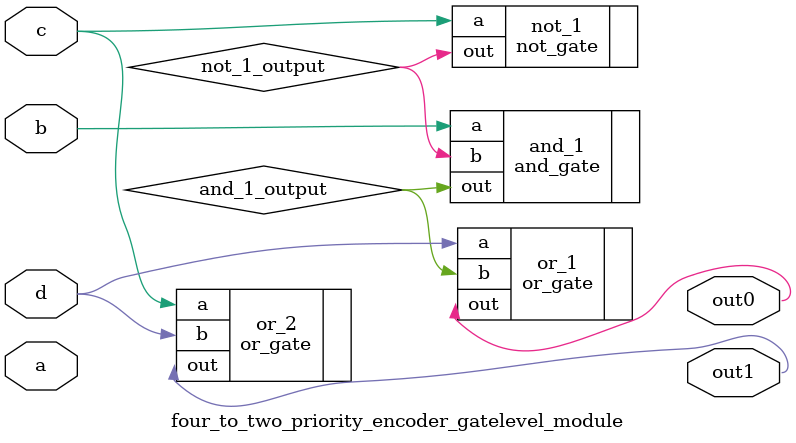
<source format=v>

module four_to_two_priority_encoder_gatelevel_module (a, b, c, d, out0, out1);
	input a, b, c, d;

	output out0, out1;
	
	wire not_1_output, and_1_output;
	
  not_gate not_1 (.a(c), .out(not_1_output));
  and_gate and_1 (.a(b), .b(not_1_output), .out(and_1_output));
  or_gate or_1 (.a(d), .b(and_1_output), .out(out0));
  
  or_gate or_2 (.a(c), .b(d), .out(out1));   

endmodule

</source>
